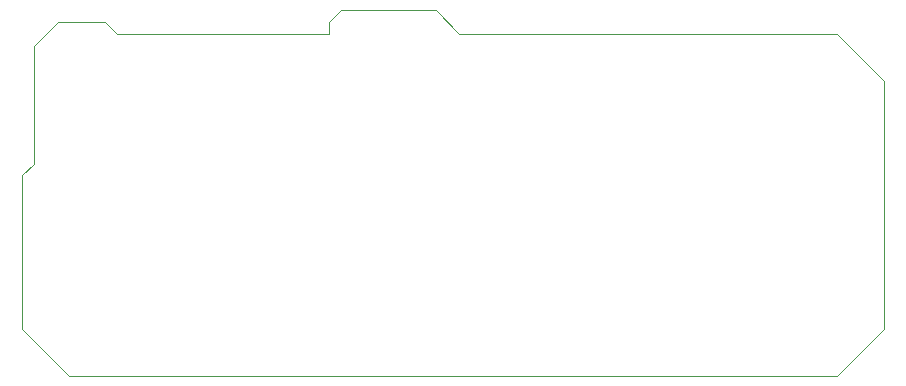
<source format=gbr>
%TF.GenerationSoftware,KiCad,Pcbnew,6.0.11-2627ca5db0~126~ubuntu20.04.1*%
%TF.CreationDate,2023-04-18T17:20:39+02:00*%
%TF.ProjectId,Giger-counter-addon,47696765-722d-4636-9f75-6e7465722d61,rev?*%
%TF.SameCoordinates,Original*%
%TF.FileFunction,Profile,NP*%
%FSLAX46Y46*%
G04 Gerber Fmt 4.6, Leading zero omitted, Abs format (unit mm)*
G04 Created by KiCad (PCBNEW 6.0.11-2627ca5db0~126~ubuntu20.04.1) date 2023-04-18 17:20:39*
%MOMM*%
%LPD*%
G01*
G04 APERTURE LIST*
%TA.AperFunction,Profile*%
%ADD10C,0.100000*%
%TD*%
G04 APERTURE END LIST*
D10*
X124000000Y-101000000D02*
X156000000Y-101000000D01*
X160000000Y-105000000D01*
X160000000Y-126000000D01*
X156000000Y-130000000D01*
X91000000Y-130000000D01*
X87000000Y-126000000D01*
X87000000Y-113000000D01*
X88000000Y-112000000D01*
X88000000Y-102000000D01*
X90000000Y-100000000D01*
X94000000Y-100000000D01*
X95000000Y-101000000D01*
X113000000Y-101000000D01*
X113000000Y-100000000D01*
X114000000Y-99000000D01*
X122000000Y-99000000D01*
X124000000Y-101000000D01*
M02*

</source>
